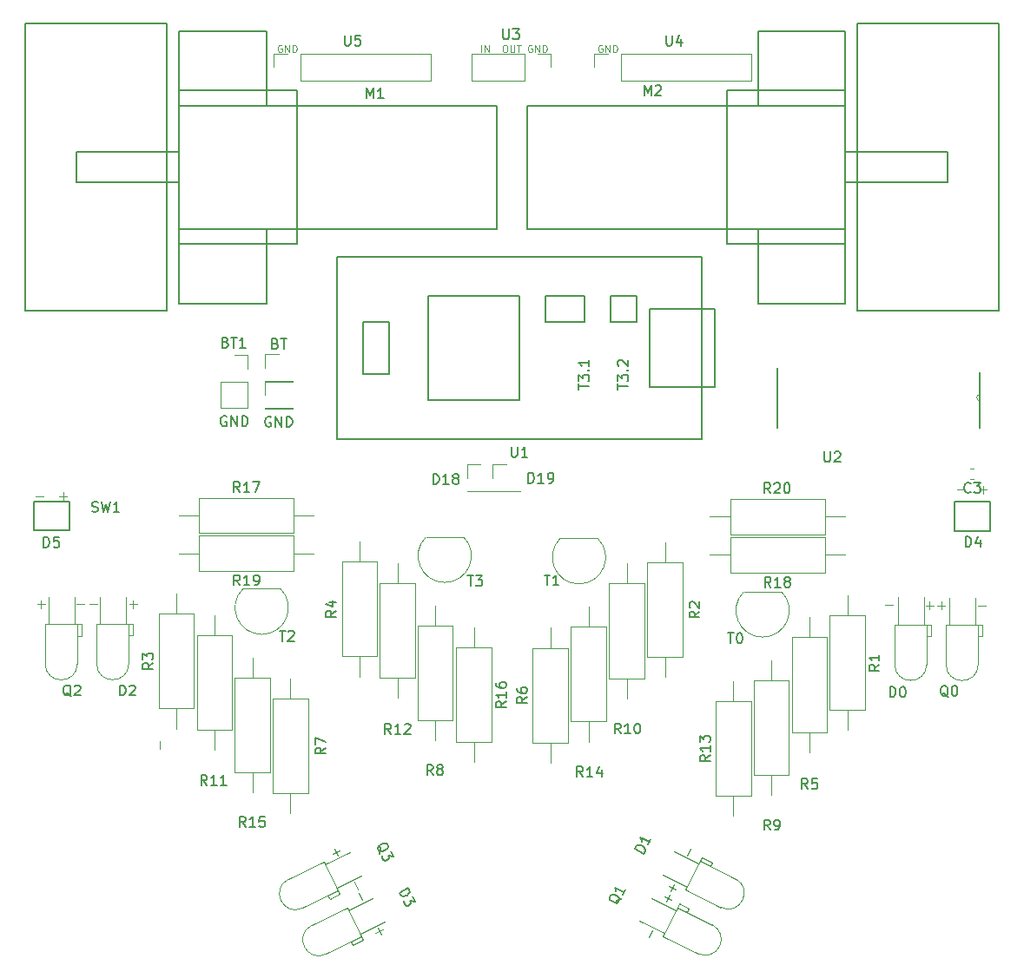
<source format=gbr>
G04 #@! TF.GenerationSoftware,KiCad,Pcbnew,(5.0.0-3-g5ebb6b6)*
G04 #@! TF.CreationDate,2020-01-06T15:18:50-08:00*
G04 #@! TF.ProjectId,mouse_v2,6D6F7573655F76322E6B696361645F70,rev?*
G04 #@! TF.SameCoordinates,Original*
G04 #@! TF.FileFunction,Legend,Top*
G04 #@! TF.FilePolarity,Positive*
%FSLAX46Y46*%
G04 Gerber Fmt 4.6, Leading zero omitted, Abs format (unit mm)*
G04 Created by KiCad (PCBNEW (5.0.0-3-g5ebb6b6)) date Monday, January 06, 2020 at 03:18:50 PM*
%MOMM*%
%LPD*%
G01*
G04 APERTURE LIST*
%ADD10C,0.100000*%
%ADD11C,0.150000*%
%ADD12C,0.120000*%
%ADD13C,0.152400*%
G04 APERTURE END LIST*
D10*
X167360666Y-56800000D02*
X167294000Y-56766666D01*
X167194000Y-56766666D01*
X167094000Y-56800000D01*
X167027333Y-56866666D01*
X166994000Y-56933333D01*
X166960666Y-57066666D01*
X166960666Y-57166666D01*
X166994000Y-57300000D01*
X167027333Y-57366666D01*
X167094000Y-57433333D01*
X167194000Y-57466666D01*
X167260666Y-57466666D01*
X167360666Y-57433333D01*
X167394000Y-57400000D01*
X167394000Y-57166666D01*
X167260666Y-57166666D01*
X167694000Y-57466666D02*
X167694000Y-56766666D01*
X168094000Y-57466666D01*
X168094000Y-56766666D01*
X168427333Y-57466666D02*
X168427333Y-56766666D01*
X168594000Y-56766666D01*
X168694000Y-56800000D01*
X168760666Y-56866666D01*
X168794000Y-56933333D01*
X168827333Y-57066666D01*
X168827333Y-57166666D01*
X168794000Y-57300000D01*
X168760666Y-57366666D01*
X168694000Y-57433333D01*
X168594000Y-57466666D01*
X168427333Y-57466666D01*
X136118666Y-56800000D02*
X136052000Y-56766666D01*
X135952000Y-56766666D01*
X135852000Y-56800000D01*
X135785333Y-56866666D01*
X135752000Y-56933333D01*
X135718666Y-57066666D01*
X135718666Y-57166666D01*
X135752000Y-57300000D01*
X135785333Y-57366666D01*
X135852000Y-57433333D01*
X135952000Y-57466666D01*
X136018666Y-57466666D01*
X136118666Y-57433333D01*
X136152000Y-57400000D01*
X136152000Y-57166666D01*
X136018666Y-57166666D01*
X136452000Y-57466666D02*
X136452000Y-56766666D01*
X136852000Y-57466666D01*
X136852000Y-56766666D01*
X137185333Y-57466666D02*
X137185333Y-56766666D01*
X137352000Y-56766666D01*
X137452000Y-56800000D01*
X137518666Y-56866666D01*
X137552000Y-56933333D01*
X137585333Y-57066666D01*
X137585333Y-57166666D01*
X137552000Y-57300000D01*
X137518666Y-57366666D01*
X137452000Y-57433333D01*
X137352000Y-57466666D01*
X137185333Y-57466666D01*
X202742752Y-100147428D02*
X201980847Y-100147428D01*
X194894247Y-111399628D02*
X195656152Y-111399628D01*
X121234247Y-111348828D02*
X121996152Y-111348828D01*
X121615200Y-111729780D02*
X121615200Y-110967876D01*
X155589333Y-57466666D02*
X155589333Y-56766666D01*
X155922666Y-57466666D02*
X155922666Y-56766666D01*
X156322666Y-57466666D01*
X156322666Y-56766666D01*
X157796000Y-56766666D02*
X157929333Y-56766666D01*
X157996000Y-56800000D01*
X158062666Y-56866666D01*
X158096000Y-57000000D01*
X158096000Y-57233333D01*
X158062666Y-57366666D01*
X157996000Y-57433333D01*
X157929333Y-57466666D01*
X157796000Y-57466666D01*
X157729333Y-57433333D01*
X157662666Y-57366666D01*
X157629333Y-57233333D01*
X157629333Y-57000000D01*
X157662666Y-56866666D01*
X157729333Y-56800000D01*
X157796000Y-56766666D01*
X158396000Y-56766666D02*
X158396000Y-57333333D01*
X158429333Y-57400000D01*
X158462666Y-57433333D01*
X158529333Y-57466666D01*
X158662666Y-57466666D01*
X158729333Y-57433333D01*
X158762666Y-57400000D01*
X158796000Y-57333333D01*
X158796000Y-56766666D01*
X159029333Y-56766666D02*
X159429333Y-56766666D01*
X159229333Y-57466666D02*
X159229333Y-56766666D01*
X160502666Y-56800000D02*
X160436000Y-56766666D01*
X160336000Y-56766666D01*
X160236000Y-56800000D01*
X160169333Y-56866666D01*
X160136000Y-56933333D01*
X160102666Y-57066666D01*
X160102666Y-57166666D01*
X160136000Y-57300000D01*
X160169333Y-57366666D01*
X160236000Y-57433333D01*
X160336000Y-57466666D01*
X160402666Y-57466666D01*
X160502666Y-57433333D01*
X160536000Y-57400000D01*
X160536000Y-57166666D01*
X160402666Y-57166666D01*
X160836000Y-57466666D02*
X160836000Y-56766666D01*
X161236000Y-57466666D01*
X161236000Y-56766666D01*
X161569333Y-57466666D02*
X161569333Y-56766666D01*
X161736000Y-56766666D01*
X161836000Y-56800000D01*
X161902666Y-56866666D01*
X161936000Y-56933333D01*
X161969333Y-57066666D01*
X161969333Y-57166666D01*
X161936000Y-57300000D01*
X161902666Y-57366666D01*
X161836000Y-57433333D01*
X161736000Y-57466666D01*
X161569333Y-57466666D01*
X204850952Y-100147428D02*
X204089047Y-100147428D01*
X204470000Y-100528380D02*
X204470000Y-99766476D01*
X115188952Y-100782428D02*
X114427047Y-100782428D01*
X114808000Y-101163380D02*
X114808000Y-100401476D01*
X112902952Y-100782428D02*
X112141047Y-100782428D01*
D11*
X160126514Y-99512380D02*
X160126514Y-98512380D01*
X160364609Y-98512380D01*
X160507466Y-98560000D01*
X160602704Y-98655238D01*
X160650323Y-98750476D01*
X160697942Y-98940952D01*
X160697942Y-99083809D01*
X160650323Y-99274285D01*
X160602704Y-99369523D01*
X160507466Y-99464761D01*
X160364609Y-99512380D01*
X160126514Y-99512380D01*
X161650323Y-99512380D02*
X161078895Y-99512380D01*
X161364609Y-99512380D02*
X161364609Y-98512380D01*
X161269371Y-98655238D01*
X161174133Y-98750476D01*
X161078895Y-98798095D01*
X162126514Y-99512380D02*
X162316990Y-99512380D01*
X162412228Y-99464761D01*
X162459847Y-99417142D01*
X162555085Y-99274285D01*
X162602704Y-99083809D01*
X162602704Y-98702857D01*
X162555085Y-98607619D01*
X162507466Y-98560000D01*
X162412228Y-98512380D01*
X162221752Y-98512380D01*
X162126514Y-98560000D01*
X162078895Y-98607619D01*
X162031276Y-98702857D01*
X162031276Y-98940952D01*
X162078895Y-99036190D01*
X162126514Y-99083809D01*
X162221752Y-99131428D01*
X162412228Y-99131428D01*
X162507466Y-99083809D01*
X162555085Y-99036190D01*
X162602704Y-98940952D01*
X150880914Y-99613980D02*
X150880914Y-98613980D01*
X151119009Y-98613980D01*
X151261866Y-98661600D01*
X151357104Y-98756838D01*
X151404723Y-98852076D01*
X151452342Y-99042552D01*
X151452342Y-99185409D01*
X151404723Y-99375885D01*
X151357104Y-99471123D01*
X151261866Y-99566361D01*
X151119009Y-99613980D01*
X150880914Y-99613980D01*
X152404723Y-99613980D02*
X151833295Y-99613980D01*
X152119009Y-99613980D02*
X152119009Y-98613980D01*
X152023771Y-98756838D01*
X151928533Y-98852076D01*
X151833295Y-98899695D01*
X152976152Y-99042552D02*
X152880914Y-98994933D01*
X152833295Y-98947314D01*
X152785676Y-98852076D01*
X152785676Y-98804457D01*
X152833295Y-98709219D01*
X152880914Y-98661600D01*
X152976152Y-98613980D01*
X153166628Y-98613980D01*
X153261866Y-98661600D01*
X153309485Y-98709219D01*
X153357104Y-98804457D01*
X153357104Y-98852076D01*
X153309485Y-98947314D01*
X153261866Y-98994933D01*
X153166628Y-99042552D01*
X152976152Y-99042552D01*
X152880914Y-99090171D01*
X152833295Y-99137790D01*
X152785676Y-99233028D01*
X152785676Y-99423504D01*
X152833295Y-99518742D01*
X152880914Y-99566361D01*
X152976152Y-99613980D01*
X153166628Y-99613980D01*
X153261866Y-99566361D01*
X153309485Y-99518742D01*
X153357104Y-99423504D01*
X153357104Y-99233028D01*
X153309485Y-99137790D01*
X153261866Y-99090171D01*
X153166628Y-99042552D01*
D10*
X117348047Y-111323428D02*
X118109952Y-111323428D01*
X124262935Y-125446307D02*
X124262935Y-124684402D01*
X198882047Y-111450428D02*
X199643952Y-111450428D01*
X199263000Y-111831380D02*
X199263000Y-111069476D01*
X203962047Y-111450428D02*
X204723952Y-111450428D01*
X200025047Y-111450428D02*
X200786952Y-111450428D01*
X200406000Y-111831380D02*
X200406000Y-111069476D01*
X145435095Y-142921543D02*
X145775056Y-143603398D01*
X145264148Y-143432451D02*
X145946003Y-143092491D01*
X143631695Y-139543343D02*
X143971656Y-140225198D01*
X173553743Y-140377598D02*
X173893704Y-139695743D01*
X174064651Y-140206651D02*
X173382796Y-139866691D01*
X171851943Y-143857398D02*
X172191904Y-143175543D01*
X175585743Y-135856398D02*
X175925704Y-135174543D01*
X174036343Y-139336198D02*
X174376304Y-138654343D01*
X174547251Y-139165251D02*
X173865396Y-138825291D01*
X143149095Y-138451143D02*
X143489056Y-139132998D01*
X141244095Y-135174543D02*
X141584056Y-135856398D01*
X141073148Y-135685451D02*
X141755003Y-135345491D01*
X116078047Y-111323428D02*
X116839952Y-111323428D01*
X112268047Y-111323428D02*
X113029952Y-111323428D01*
X112649000Y-111704380D02*
X112649000Y-110942476D01*
D11*
X130708495Y-93022800D02*
X130613257Y-92975180D01*
X130470400Y-92975180D01*
X130327542Y-93022800D01*
X130232304Y-93118038D01*
X130184685Y-93213276D01*
X130137066Y-93403752D01*
X130137066Y-93546609D01*
X130184685Y-93737085D01*
X130232304Y-93832323D01*
X130327542Y-93927561D01*
X130470400Y-93975180D01*
X130565638Y-93975180D01*
X130708495Y-93927561D01*
X130756114Y-93879942D01*
X130756114Y-93546609D01*
X130565638Y-93546609D01*
X131184685Y-93975180D02*
X131184685Y-92975180D01*
X131756114Y-93975180D01*
X131756114Y-92975180D01*
X132232304Y-93975180D02*
X132232304Y-92975180D01*
X132470400Y-92975180D01*
X132613257Y-93022800D01*
X132708495Y-93118038D01*
X132756114Y-93213276D01*
X132803733Y-93403752D01*
X132803733Y-93546609D01*
X132756114Y-93737085D01*
X132708495Y-93832323D01*
X132613257Y-93927561D01*
X132470400Y-93975180D01*
X132232304Y-93975180D01*
D12*
G04 #@! TO.C,R20*
X177849400Y-102793800D02*
X179809400Y-102793800D01*
X191009400Y-102793800D02*
X189049400Y-102793800D01*
X179809400Y-104513800D02*
X189049400Y-104513800D01*
X179809400Y-101073800D02*
X179809400Y-104513800D01*
X189049400Y-101073800D02*
X179809400Y-101073800D01*
X189049400Y-104513800D02*
X189049400Y-101073800D01*
G04 #@! TO.C,Q2*
X116176989Y-117158045D02*
G75*
G02X113056989Y-117158045I-1560000J0D01*
G01*
X113056989Y-113298045D02*
X113056989Y-117158045D01*
X116176989Y-113298045D02*
X116176989Y-117158045D01*
X113056989Y-113298045D02*
X116176989Y-113298045D01*
X116576989Y-113298045D02*
X116576989Y-114418045D01*
X116576989Y-114418045D02*
X116176989Y-114418045D01*
X116176989Y-114418045D02*
X116176989Y-113298045D01*
X116176989Y-113298045D02*
X116576989Y-113298045D01*
X113346989Y-110628045D02*
X113346989Y-113298045D01*
X113346989Y-113298045D02*
X113346989Y-113298045D01*
X113346989Y-113298045D02*
X113346989Y-110628045D01*
X113346989Y-110628045D02*
X113346989Y-110628045D01*
X115886989Y-110628045D02*
X115886989Y-113298045D01*
X115886989Y-113298045D02*
X115886989Y-113298045D01*
X115886989Y-113298045D02*
X115886989Y-110628045D01*
X115886989Y-110628045D02*
X115886989Y-110628045D01*
G04 #@! TO.C,D0*
X198691500Y-110681000D02*
X198691500Y-110681000D01*
X198691500Y-113351000D02*
X198691500Y-110681000D01*
X198691500Y-113351000D02*
X198691500Y-113351000D01*
X198691500Y-110681000D02*
X198691500Y-113351000D01*
X196151500Y-110681000D02*
X196151500Y-110681000D01*
X196151500Y-113351000D02*
X196151500Y-110681000D01*
X196151500Y-113351000D02*
X196151500Y-113351000D01*
X196151500Y-110681000D02*
X196151500Y-113351000D01*
X198981500Y-113351000D02*
X199381500Y-113351000D01*
X198981500Y-114471000D02*
X198981500Y-113351000D01*
X199381500Y-114471000D02*
X198981500Y-114471000D01*
X199381500Y-113351000D02*
X199381500Y-114471000D01*
X195861500Y-113351000D02*
X198981500Y-113351000D01*
X198981500Y-113351000D02*
X198981500Y-117211000D01*
X195861500Y-113351000D02*
X195861500Y-117211000D01*
X198981500Y-117211000D02*
G75*
G02X195861500Y-117211000I-1560000J0D01*
G01*
G04 #@! TO.C,Q1*
X174349972Y-135470359D02*
X174349972Y-135470359D01*
X176739447Y-136661709D02*
X174349972Y-135470359D01*
X176739447Y-136661709D02*
X176739447Y-136661709D01*
X174349972Y-135470359D02*
X176739447Y-136661709D01*
X173216629Y-137743494D02*
X173216629Y-137743494D01*
X175606104Y-138934842D02*
X173216629Y-137743494D01*
X175606104Y-138934842D02*
X175606104Y-138934842D01*
X173216629Y-137743494D02*
X175606104Y-138934842D01*
X176868844Y-136402178D02*
X177047323Y-136044204D01*
X177871170Y-136901919D02*
X176868844Y-136402178D01*
X178049649Y-136543945D02*
X177871170Y-136901919D01*
X177047323Y-136044204D02*
X178049649Y-136543945D01*
X175476706Y-139194373D02*
X176868844Y-136402178D01*
X176868844Y-136402178D02*
X180323290Y-138124501D01*
X175476706Y-139194373D02*
X178931153Y-140916696D01*
X180323291Y-138124502D02*
G75*
G02X178931153Y-140916696I-696069J-1396097D01*
G01*
G04 #@! TO.C,BT1*
X130140400Y-89611200D02*
X132800400Y-89611200D01*
X130140400Y-89611200D02*
X130140400Y-92211200D01*
X130140400Y-92211200D02*
X132800400Y-92211200D01*
X132800400Y-89611200D02*
X132800400Y-92211200D01*
X132800400Y-87011200D02*
X132800400Y-88341200D01*
X131470400Y-87011200D02*
X132800400Y-87011200D01*
G04 #@! TO.C,D1*
X178100791Y-142633002D02*
G75*
G02X176708653Y-145425196I-696069J-1396097D01*
G01*
X173254206Y-143702873D02*
X176708653Y-145425196D01*
X174646344Y-140910678D02*
X178100790Y-142633001D01*
X173254206Y-143702873D02*
X174646344Y-140910678D01*
X174824823Y-140552704D02*
X175827149Y-141052445D01*
X175827149Y-141052445D02*
X175648670Y-141410419D01*
X175648670Y-141410419D02*
X174646344Y-140910678D01*
X174646344Y-140910678D02*
X174824823Y-140552704D01*
X170994129Y-142251994D02*
X173383604Y-143443342D01*
X173383604Y-143443342D02*
X173383604Y-143443342D01*
X173383604Y-143443342D02*
X170994129Y-142251994D01*
X170994129Y-142251994D02*
X170994129Y-142251994D01*
X172127472Y-139978859D02*
X174516947Y-141170209D01*
X174516947Y-141170209D02*
X174516947Y-141170209D01*
X174516947Y-141170209D02*
X172127472Y-139978859D01*
X172127472Y-139978859D02*
X172127472Y-139978859D01*
G04 #@! TO.C,D2*
X120904000Y-110617500D02*
X120904000Y-110617500D01*
X120904000Y-113287500D02*
X120904000Y-110617500D01*
X120904000Y-113287500D02*
X120904000Y-113287500D01*
X120904000Y-110617500D02*
X120904000Y-113287500D01*
X118364000Y-110617500D02*
X118364000Y-110617500D01*
X118364000Y-113287500D02*
X118364000Y-110617500D01*
X118364000Y-113287500D02*
X118364000Y-113287500D01*
X118364000Y-110617500D02*
X118364000Y-113287500D01*
X121194000Y-113287500D02*
X121594000Y-113287500D01*
X121194000Y-114407500D02*
X121194000Y-113287500D01*
X121594000Y-114407500D02*
X121194000Y-114407500D01*
X121594000Y-113287500D02*
X121594000Y-114407500D01*
X118074000Y-113287500D02*
X121194000Y-113287500D01*
X121194000Y-113287500D02*
X121194000Y-117147500D01*
X118074000Y-113287500D02*
X118074000Y-117147500D01*
X121194000Y-117147500D02*
G75*
G02X118074000Y-117147500I-1560000J0D01*
G01*
G04 #@! TO.C,D3*
X140426090Y-145475830D02*
G75*
G02X139033952Y-142683634I-696069J1396098D01*
G01*
X142488399Y-140961311D02*
X139033952Y-142683634D01*
X143880536Y-143753506D02*
X140426089Y-145475830D01*
X142488399Y-140961311D02*
X143880536Y-143753506D01*
X144059015Y-144111480D02*
X143056689Y-144611221D01*
X143056689Y-144611221D02*
X142878209Y-144253248D01*
X142878209Y-144253248D02*
X143880536Y-143753506D01*
X143880536Y-143753506D02*
X144059015Y-144111480D01*
X145007271Y-140029494D02*
X142617796Y-141220842D01*
X142617796Y-141220842D02*
X142617796Y-141220842D01*
X142617796Y-141220842D02*
X145007271Y-140029494D01*
X145007271Y-140029494D02*
X145007271Y-140029494D01*
X146140613Y-142302627D02*
X143751139Y-143493975D01*
X143751139Y-143493975D02*
X143751139Y-143493975D01*
X143751139Y-143493975D02*
X146140613Y-142302627D01*
X146140613Y-142302627D02*
X146140613Y-142302627D01*
G04 #@! TO.C,Q0*
X203994677Y-117226645D02*
G75*
G02X200874677Y-117226645I-1560000J0D01*
G01*
X200874677Y-113366645D02*
X200874677Y-117226645D01*
X203994677Y-113366645D02*
X203994677Y-117226645D01*
X200874677Y-113366645D02*
X203994677Y-113366645D01*
X204394677Y-113366645D02*
X204394677Y-114486645D01*
X204394677Y-114486645D02*
X203994677Y-114486645D01*
X203994677Y-114486645D02*
X203994677Y-113366645D01*
X203994677Y-113366645D02*
X204394677Y-113366645D01*
X201164677Y-110696645D02*
X201164677Y-113366645D01*
X201164677Y-113366645D02*
X201164677Y-113366645D01*
X201164677Y-113366645D02*
X201164677Y-110696645D01*
X201164677Y-110696645D02*
X201164677Y-110696645D01*
X203704677Y-110696645D02*
X203704677Y-113366645D01*
X203704677Y-113366645D02*
X203704677Y-113366645D01*
X203704677Y-113366645D02*
X203704677Y-110696645D01*
X203704677Y-110696645D02*
X203704677Y-110696645D01*
G04 #@! TO.C,Q3*
X143864271Y-137806994D02*
X143864271Y-137806994D01*
X141474797Y-138998342D02*
X143864271Y-137806994D01*
X141474797Y-138998342D02*
X141474797Y-138998342D01*
X143864271Y-137806994D02*
X141474797Y-138998342D01*
X142730929Y-135533861D02*
X142730929Y-135533861D01*
X140341454Y-136725209D02*
X142730929Y-135533861D01*
X140341454Y-136725209D02*
X140341454Y-136725209D01*
X142730929Y-135533861D02*
X140341454Y-136725209D01*
X141604193Y-139257873D02*
X141782673Y-139615847D01*
X140601867Y-139757615D02*
X141604193Y-139257873D01*
X140780347Y-140115588D02*
X140601867Y-139757615D01*
X141782673Y-139615847D02*
X140780347Y-140115588D01*
X140212058Y-136465677D02*
X141604193Y-139257873D01*
X141604193Y-139257873D02*
X138149747Y-140980197D01*
X140212058Y-136465677D02*
X136757609Y-138188002D01*
X138149749Y-140980196D02*
G75*
G02X136757609Y-138188002I-696070J1396097D01*
G01*
D11*
G04 #@! TO.C,U1*
X177038000Y-82550000D02*
X178308000Y-82550000D01*
X178308000Y-82550000D02*
X178308000Y-90170000D01*
X178308000Y-90170000D02*
X177038000Y-90170000D01*
X165608000Y-81280000D02*
X161798000Y-81280000D01*
X161798000Y-81280000D02*
X161798000Y-83820000D01*
X161798000Y-83820000D02*
X165608000Y-83820000D01*
X165608000Y-83820000D02*
X165608000Y-81280000D01*
X171958000Y-82550000D02*
X171958000Y-90170000D01*
X171958000Y-90170000D02*
X177038000Y-90170000D01*
X171958000Y-82550000D02*
X177038000Y-82550000D01*
X170688000Y-81280000D02*
X168148000Y-81280000D01*
X168148000Y-81280000D02*
X168148000Y-83820000D01*
X168148000Y-83820000D02*
X170688000Y-83820000D01*
X170688000Y-83820000D02*
X170688000Y-81280000D01*
X144018000Y-88900000D02*
X144018000Y-83820000D01*
X144018000Y-83820000D02*
X146558000Y-83820000D01*
X146558000Y-83820000D02*
X146558000Y-88900000D01*
X146558000Y-88900000D02*
X144018000Y-88900000D01*
X150368000Y-81280000D02*
X150368000Y-91440000D01*
X159258000Y-91440000D02*
X159258000Y-81280000D01*
X150368000Y-91440000D02*
X159258000Y-91440000D01*
X150368000Y-81280000D02*
X159258000Y-81280000D01*
X177038000Y-95250000D02*
X141478000Y-95250000D01*
X141478000Y-95250000D02*
X141478000Y-77470000D01*
X141478000Y-77470000D02*
X177038000Y-77470000D01*
X177038000Y-77470000D02*
X177038000Y-95250000D01*
D13*
G04 #@! TO.C,U2*
X184454800Y-88265000D02*
X184454800Y-94107000D01*
X204165200Y-94107000D02*
X204165200Y-91490800D01*
X204165200Y-91490800D02*
X204165200Y-90881200D01*
X204165200Y-90881200D02*
X204165200Y-88696800D01*
D10*
X204165200Y-91490800D02*
G75*
G02X204165200Y-90881200I0J304800D01*
G01*
D12*
G04 #@! TO.C,U3*
X154626000Y-57598000D02*
X154626000Y-60258000D01*
X159766000Y-57598000D02*
X154626000Y-57598000D01*
X159766000Y-60258000D02*
X154626000Y-60258000D01*
X159766000Y-57598000D02*
X159766000Y-60258000D01*
X161036000Y-57598000D02*
X162366000Y-57598000D01*
X162366000Y-57598000D02*
X162366000Y-58928000D01*
D11*
G04 #@! TO.C,M1*
X126099000Y-76207000D02*
X137599000Y-76207000D01*
X126099000Y-61207000D02*
X137599000Y-61207000D01*
X137599000Y-68707000D02*
X137599000Y-61207000D01*
X137599000Y-68707000D02*
X137599000Y-76207000D01*
X126099000Y-82007000D02*
X134599000Y-82007000D01*
X126099000Y-55407000D02*
X134599000Y-55407000D01*
X126099000Y-68707000D02*
X126099000Y-55407000D01*
X126099000Y-68707000D02*
X126099000Y-82007000D01*
X134599000Y-62707000D02*
X134599000Y-55407000D01*
X134599000Y-74707000D02*
X134599000Y-82007000D01*
X111099000Y-54707000D02*
X111099000Y-82707000D01*
X124899000Y-82707000D02*
X111099000Y-82707000D01*
X124899000Y-54707000D02*
X111099000Y-54707000D01*
X124899000Y-68707000D02*
X124899000Y-82707000D01*
X124899000Y-68707000D02*
X124899000Y-54707000D01*
X116099000Y-67207000D02*
X116099000Y-70207000D01*
X126099000Y-70207000D02*
X116099000Y-70207000D01*
X126099000Y-67207000D02*
X116099000Y-67207000D01*
X126099000Y-74707000D02*
X126099000Y-70207000D01*
X126099000Y-62707000D02*
X126099000Y-67207000D01*
X157099000Y-74707000D02*
X126099000Y-74707000D01*
X157099000Y-62707000D02*
X126099000Y-62707000D01*
X157099000Y-68707000D02*
X157099000Y-62707000D01*
X157099000Y-68707000D02*
X157099000Y-74707000D01*
G04 #@! TO.C,M2*
X191020000Y-61207000D02*
X179520000Y-61207000D01*
X191020000Y-76207000D02*
X179520000Y-76207000D01*
X179520000Y-68707000D02*
X179520000Y-76207000D01*
X179520000Y-68707000D02*
X179520000Y-61207000D01*
X191020000Y-55407000D02*
X182520000Y-55407000D01*
X191020000Y-82007000D02*
X182520000Y-82007000D01*
X191020000Y-68707000D02*
X191020000Y-82007000D01*
X191020000Y-68707000D02*
X191020000Y-55407000D01*
X182520000Y-74707000D02*
X182520000Y-82007000D01*
X182520000Y-62707000D02*
X182520000Y-55407000D01*
X206020000Y-82707000D02*
X206020000Y-54707000D01*
X192220000Y-54707000D02*
X206020000Y-54707000D01*
X192220000Y-82707000D02*
X206020000Y-82707000D01*
X192220000Y-68707000D02*
X192220000Y-54707000D01*
X192220000Y-68707000D02*
X192220000Y-82707000D01*
X201020000Y-70207000D02*
X201020000Y-67207000D01*
X191020000Y-67207000D02*
X201020000Y-67207000D01*
X191020000Y-70207000D02*
X201020000Y-70207000D01*
X191020000Y-62707000D02*
X191020000Y-67207000D01*
X191020000Y-74707000D02*
X191020000Y-70207000D01*
X160020000Y-62707000D02*
X191020000Y-62707000D01*
X160020000Y-74707000D02*
X191020000Y-74707000D01*
X160020000Y-68707000D02*
X160020000Y-74707000D01*
X160020000Y-68707000D02*
X160020000Y-62707000D01*
G04 #@! TO.C,D4*
X201678600Y-101368400D02*
X201678600Y-104168400D01*
X203428600Y-104168400D02*
X201678600Y-104168400D01*
X203428600Y-104168400D02*
X205178600Y-104168400D01*
X205178600Y-101368400D02*
X205178600Y-104168400D01*
X203428600Y-101368400D02*
X201678600Y-101368400D01*
X203428600Y-101368400D02*
X205178600Y-101368400D01*
G04 #@! TO.C,D5*
X113665000Y-101343000D02*
X115415000Y-101343000D01*
X113665000Y-101343000D02*
X111915000Y-101343000D01*
X115415000Y-101343000D02*
X115415000Y-104143000D01*
X113665000Y-104143000D02*
X115415000Y-104143000D01*
X113665000Y-104143000D02*
X111915000Y-104143000D01*
X111915000Y-101343000D02*
X111915000Y-104143000D01*
D12*
G04 #@! TO.C,U4*
X166564000Y-58928000D02*
X166564000Y-57598000D01*
X166564000Y-57598000D02*
X167894000Y-57598000D01*
X169164000Y-57598000D02*
X181924000Y-57598000D01*
X181924000Y-60258000D02*
X181924000Y-57598000D01*
X169164000Y-60258000D02*
X181924000Y-60258000D01*
X169164000Y-60258000D02*
X169164000Y-57598000D01*
G04 #@! TO.C,U5*
X137922000Y-60258000D02*
X137922000Y-57598000D01*
X137922000Y-60258000D02*
X150682000Y-60258000D01*
X150682000Y-60258000D02*
X150682000Y-57598000D01*
X137922000Y-57598000D02*
X150682000Y-57598000D01*
X135322000Y-57598000D02*
X136652000Y-57598000D01*
X135322000Y-58928000D02*
X135322000Y-57598000D01*
G04 #@! TO.C,MH_SCL1*
X156683400Y-97679200D02*
X158013400Y-97679200D01*
X156683400Y-99009200D02*
X156683400Y-97679200D01*
X156683400Y-100279200D02*
X159343400Y-100279200D01*
X159343400Y-100279200D02*
X159343400Y-100339200D01*
X156683400Y-100279200D02*
X156683400Y-100339200D01*
X156683400Y-100339200D02*
X159343400Y-100339200D01*
G04 #@! TO.C,MH_SDA1*
X154168800Y-100339200D02*
X156828800Y-100339200D01*
X154168800Y-100279200D02*
X154168800Y-100339200D01*
X156828800Y-100279200D02*
X156828800Y-100339200D01*
X154168800Y-100279200D02*
X156828800Y-100279200D01*
X154168800Y-99009200D02*
X154168800Y-97679200D01*
X154168800Y-97679200D02*
X155498800Y-97679200D01*
G04 #@! TO.C,R1*
X189529300Y-121663200D02*
X192969300Y-121663200D01*
X192969300Y-121663200D02*
X192969300Y-112423200D01*
X192969300Y-112423200D02*
X189529300Y-112423200D01*
X189529300Y-112423200D02*
X189529300Y-121663200D01*
X191249300Y-123623200D02*
X191249300Y-121663200D01*
X191249300Y-110463200D02*
X191249300Y-112423200D01*
G04 #@! TO.C,R2*
X173469300Y-105268900D02*
X173469300Y-107228900D01*
X173469300Y-118428900D02*
X173469300Y-116468900D01*
X171749300Y-107228900D02*
X171749300Y-116468900D01*
X175189300Y-107228900D02*
X171749300Y-107228900D01*
X175189300Y-116468900D02*
X175189300Y-107228900D01*
X171749300Y-116468900D02*
X175189300Y-116468900D01*
G04 #@! TO.C,R3*
X124111600Y-121510800D02*
X127551600Y-121510800D01*
X127551600Y-121510800D02*
X127551600Y-112270800D01*
X127551600Y-112270800D02*
X124111600Y-112270800D01*
X124111600Y-112270800D02*
X124111600Y-121510800D01*
X125831600Y-123470800D02*
X125831600Y-121510800D01*
X125831600Y-110310800D02*
X125831600Y-112270800D01*
G04 #@! TO.C,R4*
X143687800Y-105230800D02*
X143687800Y-107190800D01*
X143687800Y-118390800D02*
X143687800Y-116430800D01*
X141967800Y-107190800D02*
X141967800Y-116430800D01*
X145407800Y-107190800D02*
X141967800Y-107190800D01*
X145407800Y-116430800D02*
X145407800Y-107190800D01*
X141967800Y-116430800D02*
X145407800Y-116430800D01*
G04 #@! TO.C,R5*
X187553600Y-112609500D02*
X187553600Y-114569500D01*
X187553600Y-125769500D02*
X187553600Y-123809500D01*
X185833600Y-114569500D02*
X185833600Y-123809500D01*
X189273600Y-114569500D02*
X185833600Y-114569500D01*
X189273600Y-123809500D02*
X189273600Y-114569500D01*
X185833600Y-123809500D02*
X189273600Y-123809500D01*
G04 #@! TO.C,R6*
X160573300Y-124838200D02*
X164013300Y-124838200D01*
X164013300Y-124838200D02*
X164013300Y-115598200D01*
X164013300Y-115598200D02*
X160573300Y-115598200D01*
X160573300Y-115598200D02*
X160573300Y-124838200D01*
X162293300Y-126798200D02*
X162293300Y-124838200D01*
X162293300Y-113638200D02*
X162293300Y-115598200D01*
G04 #@! TO.C,R7*
X135236800Y-129803900D02*
X138676800Y-129803900D01*
X138676800Y-129803900D02*
X138676800Y-120563900D01*
X138676800Y-120563900D02*
X135236800Y-120563900D01*
X135236800Y-120563900D02*
X135236800Y-129803900D01*
X136956800Y-131763900D02*
X136956800Y-129803900D01*
X136956800Y-118603900D02*
X136956800Y-120563900D01*
G04 #@! TO.C,R8*
X149346500Y-122679200D02*
X152786500Y-122679200D01*
X152786500Y-122679200D02*
X152786500Y-113439200D01*
X152786500Y-113439200D02*
X149346500Y-113439200D01*
X149346500Y-113439200D02*
X149346500Y-122679200D01*
X151066500Y-124639200D02*
X151066500Y-122679200D01*
X151066500Y-111479200D02*
X151066500Y-113439200D01*
G04 #@! TO.C,R9*
X182125200Y-128000500D02*
X185565200Y-128000500D01*
X185565200Y-128000500D02*
X185565200Y-118760500D01*
X185565200Y-118760500D02*
X182125200Y-118760500D01*
X182125200Y-118760500D02*
X182125200Y-128000500D01*
X183845200Y-129960500D02*
X183845200Y-128000500D01*
X183845200Y-116800500D02*
X183845200Y-118760500D01*
G04 #@! TO.C,R10*
X168028200Y-118564400D02*
X171468200Y-118564400D01*
X171468200Y-118564400D02*
X171468200Y-109324400D01*
X171468200Y-109324400D02*
X168028200Y-109324400D01*
X168028200Y-109324400D02*
X168028200Y-118564400D01*
X169748200Y-120524400D02*
X169748200Y-118564400D01*
X169748200Y-107364400D02*
X169748200Y-109324400D01*
G04 #@! TO.C,R11*
X127832700Y-123593600D02*
X131272700Y-123593600D01*
X131272700Y-123593600D02*
X131272700Y-114353600D01*
X131272700Y-114353600D02*
X127832700Y-114353600D01*
X127832700Y-114353600D02*
X127832700Y-123593600D01*
X129552700Y-125553600D02*
X129552700Y-123593600D01*
X129552700Y-112393600D02*
X129552700Y-114353600D01*
G04 #@! TO.C,R12*
X147383500Y-107326300D02*
X147383500Y-109286300D01*
X147383500Y-120486300D02*
X147383500Y-118526300D01*
X145663500Y-109286300D02*
X145663500Y-118526300D01*
X149103500Y-109286300D02*
X145663500Y-109286300D01*
X149103500Y-118526300D02*
X149103500Y-109286300D01*
X145663500Y-118526300D02*
X149103500Y-118526300D01*
G04 #@! TO.C,R13*
X178416800Y-130057900D02*
X181856800Y-130057900D01*
X181856800Y-130057900D02*
X181856800Y-120817900D01*
X181856800Y-120817900D02*
X178416800Y-120817900D01*
X178416800Y-120817900D02*
X178416800Y-130057900D01*
X180136800Y-132017900D02*
X180136800Y-130057900D01*
X180136800Y-118857900D02*
X180136800Y-120817900D01*
G04 #@! TO.C,R14*
X166027100Y-111580800D02*
X166027100Y-113540800D01*
X166027100Y-124740800D02*
X166027100Y-122780800D01*
X164307100Y-113540800D02*
X164307100Y-122780800D01*
X167747100Y-113540800D02*
X164307100Y-113540800D01*
X167747100Y-122780800D02*
X167747100Y-113540800D01*
X164307100Y-122780800D02*
X167747100Y-122780800D01*
G04 #@! TO.C,R15*
X133261100Y-116546500D02*
X133261100Y-118506500D01*
X133261100Y-129706500D02*
X133261100Y-127746500D01*
X131541100Y-118506500D02*
X131541100Y-127746500D01*
X134981100Y-118506500D02*
X131541100Y-118506500D01*
X134981100Y-127746500D02*
X134981100Y-118506500D01*
X131541100Y-127746500D02*
X134981100Y-127746500D01*
G04 #@! TO.C,R16*
X154838400Y-113600100D02*
X154838400Y-115560100D01*
X154838400Y-126760100D02*
X154838400Y-124800100D01*
X153118400Y-115560100D02*
X153118400Y-124800100D01*
X156558400Y-115560100D02*
X153118400Y-115560100D01*
X156558400Y-124800100D02*
X156558400Y-115560100D01*
X153118400Y-124800100D02*
X156558400Y-124800100D01*
G04 #@! TO.C,R17*
X128044200Y-100946800D02*
X128044200Y-104386800D01*
X128044200Y-104386800D02*
X137284200Y-104386800D01*
X137284200Y-104386800D02*
X137284200Y-100946800D01*
X137284200Y-100946800D02*
X128044200Y-100946800D01*
X126084200Y-102666800D02*
X128044200Y-102666800D01*
X139244200Y-102666800D02*
X137284200Y-102666800D01*
G04 #@! TO.C,R18*
X177849400Y-106514900D02*
X179809400Y-106514900D01*
X191009400Y-106514900D02*
X189049400Y-106514900D01*
X179809400Y-108234900D02*
X189049400Y-108234900D01*
X179809400Y-104794900D02*
X179809400Y-108234900D01*
X189049400Y-104794900D02*
X179809400Y-104794900D01*
X189049400Y-108234900D02*
X189049400Y-104794900D01*
G04 #@! TO.C,R19*
X139244200Y-106387900D02*
X137284200Y-106387900D01*
X126084200Y-106387900D02*
X128044200Y-106387900D01*
X137284200Y-104667900D02*
X128044200Y-104667900D01*
X137284200Y-108107900D02*
X137284200Y-104667900D01*
X128044200Y-108107900D02*
X137284200Y-108107900D01*
X128044200Y-104667900D02*
X128044200Y-108107900D01*
G04 #@! TO.C,T0*
X181155822Y-110112022D02*
G75*
G03X182994300Y-114550500I1838478J-1838478D01*
G01*
X184832778Y-110112022D02*
G75*
G02X182994300Y-114550500I-1838478J-1838478D01*
G01*
X184794300Y-110100500D02*
X181194300Y-110100500D01*
G04 #@! TO.C,T1*
X166887300Y-104906200D02*
X163287300Y-104906200D01*
X166925778Y-104917722D02*
G75*
G02X165087300Y-109356200I-1838478J-1838478D01*
G01*
X163248822Y-104917722D02*
G75*
G03X165087300Y-109356200I1838478J-1838478D01*
G01*
G04 #@! TO.C,T2*
X135962800Y-109833800D02*
X132362800Y-109833800D01*
X136001278Y-109845322D02*
G75*
G02X134162800Y-114283800I-1838478J-1838478D01*
G01*
X132324322Y-109845322D02*
G75*
G03X134162800Y-114283800I1838478J-1838478D01*
G01*
G04 #@! TO.C,T3*
X150167822Y-104778022D02*
G75*
G03X152006300Y-109216500I1838478J-1838478D01*
G01*
X153844778Y-104778022D02*
G75*
G02X152006300Y-109216500I-1838478J-1838478D01*
G01*
X153806300Y-104766500D02*
X150206300Y-104766500D01*
G04 #@! TO.C,C3*
X203599867Y-99087400D02*
X203257333Y-99087400D01*
X203599867Y-98067400D02*
X203257333Y-98067400D01*
G04 #@! TO.C,GND*
X134483800Y-89602000D02*
X135813800Y-89602000D01*
X134483800Y-90932000D02*
X134483800Y-89602000D01*
X134483800Y-92202000D02*
X137143800Y-92202000D01*
X137143800Y-92202000D02*
X137143800Y-92262000D01*
X134483800Y-92202000D02*
X134483800Y-92262000D01*
X134483800Y-92262000D02*
X137143800Y-92262000D01*
G04 #@! TO.C,BT*
X134483800Y-89620400D02*
X137143800Y-89620400D01*
X134483800Y-89560400D02*
X134483800Y-89620400D01*
X137143800Y-89560400D02*
X137143800Y-89620400D01*
X134483800Y-89560400D02*
X137143800Y-89560400D01*
X134483800Y-88290400D02*
X134483800Y-86960400D01*
X134483800Y-86960400D02*
X135813800Y-86960400D01*
G04 #@! TO.C,R20*
D11*
X183735742Y-100502980D02*
X183402409Y-100026790D01*
X183164314Y-100502980D02*
X183164314Y-99502980D01*
X183545266Y-99502980D01*
X183640504Y-99550600D01*
X183688123Y-99598219D01*
X183735742Y-99693457D01*
X183735742Y-99836314D01*
X183688123Y-99931552D01*
X183640504Y-99979171D01*
X183545266Y-100026790D01*
X183164314Y-100026790D01*
X184116695Y-99598219D02*
X184164314Y-99550600D01*
X184259552Y-99502980D01*
X184497647Y-99502980D01*
X184592885Y-99550600D01*
X184640504Y-99598219D01*
X184688123Y-99693457D01*
X184688123Y-99788695D01*
X184640504Y-99931552D01*
X184069076Y-100502980D01*
X184688123Y-100502980D01*
X185307171Y-99502980D02*
X185402409Y-99502980D01*
X185497647Y-99550600D01*
X185545266Y-99598219D01*
X185592885Y-99693457D01*
X185640504Y-99883933D01*
X185640504Y-100122028D01*
X185592885Y-100312504D01*
X185545266Y-100407742D01*
X185497647Y-100455361D01*
X185402409Y-100502980D01*
X185307171Y-100502980D01*
X185211933Y-100455361D01*
X185164314Y-100407742D01*
X185116695Y-100312504D01*
X185069076Y-100122028D01*
X185069076Y-99883933D01*
X185116695Y-99693457D01*
X185164314Y-99598219D01*
X185211933Y-99550600D01*
X185307171Y-99502980D01*
G04 #@! TO.C,Q2*
X115576361Y-120334019D02*
X115481123Y-120286400D01*
X115385885Y-120191161D01*
X115243028Y-120048304D01*
X115147790Y-120000685D01*
X115052552Y-120000685D01*
X115100171Y-120238780D02*
X115004933Y-120191161D01*
X114909695Y-120095923D01*
X114862076Y-119905447D01*
X114862076Y-119572114D01*
X114909695Y-119381638D01*
X115004933Y-119286400D01*
X115100171Y-119238780D01*
X115290647Y-119238780D01*
X115385885Y-119286400D01*
X115481123Y-119381638D01*
X115528742Y-119572114D01*
X115528742Y-119905447D01*
X115481123Y-120095923D01*
X115385885Y-120191161D01*
X115290647Y-120238780D01*
X115100171Y-120238780D01*
X115909695Y-119334019D02*
X115957314Y-119286400D01*
X116052552Y-119238780D01*
X116290647Y-119238780D01*
X116385885Y-119286400D01*
X116433504Y-119334019D01*
X116481123Y-119429257D01*
X116481123Y-119524495D01*
X116433504Y-119667352D01*
X115862076Y-120238780D01*
X116481123Y-120238780D01*
G04 #@! TO.C,D0*
X195400704Y-120391180D02*
X195400704Y-119391180D01*
X195638800Y-119391180D01*
X195781657Y-119438800D01*
X195876895Y-119534038D01*
X195924514Y-119629276D01*
X195972133Y-119819752D01*
X195972133Y-119962609D01*
X195924514Y-120153085D01*
X195876895Y-120248323D01*
X195781657Y-120343561D01*
X195638800Y-120391180D01*
X195400704Y-120391180D01*
X196591180Y-119391180D02*
X196686419Y-119391180D01*
X196781657Y-119438800D01*
X196829276Y-119486419D01*
X196876895Y-119581657D01*
X196924514Y-119772133D01*
X196924514Y-120010228D01*
X196876895Y-120200704D01*
X196829276Y-120295942D01*
X196781657Y-120343561D01*
X196686419Y-120391180D01*
X196591180Y-120391180D01*
X196495942Y-120343561D01*
X196448323Y-120295942D01*
X196400704Y-120200704D01*
X196353085Y-120010228D01*
X196353085Y-119772133D01*
X196400704Y-119581657D01*
X196448323Y-119486419D01*
X196495942Y-119438800D01*
X196591180Y-119391180D01*
G04 #@! TO.C,Q1*
X169255988Y-140004178D02*
X169170877Y-140068162D01*
X169043150Y-140110899D01*
X168851559Y-140175004D01*
X168766448Y-140238988D01*
X168723953Y-140324220D01*
X168958281Y-140387842D02*
X168873170Y-140451826D01*
X168745443Y-140494563D01*
X168553732Y-140452189D01*
X168255420Y-140303456D01*
X168106204Y-140175850D01*
X168063467Y-140048124D01*
X168063346Y-139941644D01*
X168148336Y-139771180D01*
X168233447Y-139707196D01*
X168361174Y-139664459D01*
X168552885Y-139706833D01*
X168851197Y-139855566D01*
X169000413Y-139983172D01*
X169043150Y-140110899D01*
X169043271Y-140217378D01*
X168958281Y-140387842D01*
X169574459Y-139151980D02*
X169319488Y-139663371D01*
X169446973Y-139407676D02*
X168552039Y-138961478D01*
X168637392Y-139110452D01*
X168680129Y-139238179D01*
X168680250Y-139344659D01*
G04 #@! TO.C,BT1*
X130633885Y-85780571D02*
X130776742Y-85828190D01*
X130824361Y-85875809D01*
X130871980Y-85971047D01*
X130871980Y-86113904D01*
X130824361Y-86209142D01*
X130776742Y-86256761D01*
X130681504Y-86304380D01*
X130300552Y-86304380D01*
X130300552Y-85304380D01*
X130633885Y-85304380D01*
X130729123Y-85352000D01*
X130776742Y-85399619D01*
X130824361Y-85494857D01*
X130824361Y-85590095D01*
X130776742Y-85685333D01*
X130729123Y-85732952D01*
X130633885Y-85780571D01*
X130300552Y-85780571D01*
X131157695Y-85304380D02*
X131729123Y-85304380D01*
X131443409Y-86304380D02*
X131443409Y-85304380D01*
X132586266Y-86304380D02*
X132014838Y-86304380D01*
X132300552Y-86304380D02*
X132300552Y-85304380D01*
X132205314Y-85447238D01*
X132110076Y-85542476D01*
X132014838Y-85590095D01*
G04 #@! TO.C,D1*
X171423914Y-135660198D02*
X170528980Y-135214000D01*
X170635217Y-135000920D01*
X170741576Y-134894320D01*
X170869303Y-134851583D01*
X170975782Y-134851462D01*
X171167493Y-134893836D01*
X171295341Y-134957579D01*
X171444557Y-135085185D01*
X171508542Y-135170296D01*
X171551278Y-135298023D01*
X171530152Y-135447118D01*
X171423914Y-135660198D01*
X172103835Y-134296488D02*
X171848865Y-134807879D01*
X171976350Y-134552184D02*
X171081415Y-134105986D01*
X171166768Y-134254960D01*
X171209505Y-134382687D01*
X171209626Y-134489167D01*
G04 #@! TO.C,D2*
X120318304Y-120238780D02*
X120318304Y-119238780D01*
X120556400Y-119238780D01*
X120699257Y-119286400D01*
X120794495Y-119381638D01*
X120842114Y-119476876D01*
X120889733Y-119667352D01*
X120889733Y-119810209D01*
X120842114Y-120000685D01*
X120794495Y-120095923D01*
X120699257Y-120191161D01*
X120556400Y-120238780D01*
X120318304Y-120238780D01*
X121270685Y-119334019D02*
X121318304Y-119286400D01*
X121413542Y-119238780D01*
X121651638Y-119238780D01*
X121746876Y-119286400D01*
X121794495Y-119334019D01*
X121842114Y-119429257D01*
X121842114Y-119524495D01*
X121794495Y-119667352D01*
X121223066Y-120238780D01*
X121842114Y-120238780D01*
G04 #@! TO.C,D3*
X147551012Y-139469904D02*
X148445946Y-139023706D01*
X148552184Y-139236786D01*
X148573310Y-139385881D01*
X148530574Y-139513608D01*
X148466589Y-139598719D01*
X148317373Y-139726325D01*
X148189525Y-139790068D01*
X147997814Y-139832442D01*
X147891335Y-139832321D01*
X147763608Y-139789584D01*
X147657249Y-139682984D01*
X147551012Y-139469904D01*
X148849649Y-139833409D02*
X149125867Y-140387416D01*
X148636207Y-140259084D01*
X148699949Y-140386932D01*
X148699828Y-140493412D01*
X148678460Y-140557275D01*
X148614476Y-140642386D01*
X148401396Y-140748624D01*
X148294917Y-140748503D01*
X148231053Y-140727134D01*
X148145942Y-140663150D01*
X148018457Y-140407454D01*
X148018578Y-140300975D01*
X148039946Y-140237112D01*
G04 #@! TO.C,Q0*
X201072761Y-120384819D02*
X200977523Y-120337200D01*
X200882285Y-120241961D01*
X200739428Y-120099104D01*
X200644190Y-120051485D01*
X200548952Y-120051485D01*
X200596571Y-120289580D02*
X200501333Y-120241961D01*
X200406095Y-120146723D01*
X200358476Y-119956247D01*
X200358476Y-119622914D01*
X200406095Y-119432438D01*
X200501333Y-119337200D01*
X200596571Y-119289580D01*
X200787047Y-119289580D01*
X200882285Y-119337200D01*
X200977523Y-119432438D01*
X201025142Y-119622914D01*
X201025142Y-119956247D01*
X200977523Y-120146723D01*
X200882285Y-120241961D01*
X200787047Y-120289580D01*
X200596571Y-120289580D01*
X201644190Y-119289580D02*
X201739428Y-119289580D01*
X201834666Y-119337200D01*
X201882285Y-119384819D01*
X201929904Y-119480057D01*
X201977523Y-119670533D01*
X201977523Y-119908628D01*
X201929904Y-120099104D01*
X201882285Y-120194342D01*
X201834666Y-120241961D01*
X201739428Y-120289580D01*
X201644190Y-120289580D01*
X201548952Y-120241961D01*
X201501333Y-120194342D01*
X201453714Y-120099104D01*
X201406095Y-119908628D01*
X201406095Y-119670533D01*
X201453714Y-119480057D01*
X201501333Y-119384819D01*
X201548952Y-119337200D01*
X201644190Y-119289580D01*
G04 #@! TO.C,Q3*
X145619021Y-135668114D02*
X145619142Y-135561635D01*
X145661879Y-135433908D01*
X145725984Y-135242318D01*
X145726105Y-135135838D01*
X145683610Y-135050606D01*
X145491778Y-135199460D02*
X145491899Y-135092980D01*
X145534636Y-134965254D01*
X145683852Y-134837648D01*
X145982163Y-134688915D01*
X146173875Y-134646541D01*
X146301601Y-134689278D01*
X146386712Y-134753262D01*
X146471702Y-134923726D01*
X146471582Y-135030205D01*
X146428845Y-135157932D01*
X146279629Y-135285538D01*
X145981317Y-135434271D01*
X145789606Y-135476645D01*
X145661879Y-135433908D01*
X145576768Y-135369924D01*
X145491778Y-135199460D01*
X146726673Y-135435117D02*
X147002890Y-135989124D01*
X146513230Y-135860792D01*
X146576973Y-135988640D01*
X146576852Y-136095120D01*
X146555484Y-136158983D01*
X146491499Y-136244094D01*
X146278420Y-136350332D01*
X146171940Y-136350211D01*
X146108077Y-136328842D01*
X146022966Y-136264858D01*
X145895481Y-136009162D01*
X145895602Y-135902683D01*
X145916970Y-135838820D01*
G04 #@! TO.C,U1*
X158496095Y-95972380D02*
X158496095Y-96781904D01*
X158543714Y-96877142D01*
X158591333Y-96924761D01*
X158686571Y-96972380D01*
X158877047Y-96972380D01*
X158972285Y-96924761D01*
X159019904Y-96877142D01*
X159067523Y-96781904D01*
X159067523Y-95972380D01*
X160067523Y-96972380D02*
X159496095Y-96972380D01*
X159781809Y-96972380D02*
X159781809Y-95972380D01*
X159686571Y-96115238D01*
X159591333Y-96210476D01*
X159496095Y-96258095D01*
X168870380Y-90376190D02*
X168870380Y-89804761D01*
X169870380Y-90090476D02*
X168870380Y-90090476D01*
X168870380Y-89566666D02*
X168870380Y-88947619D01*
X169251333Y-89280952D01*
X169251333Y-89138095D01*
X169298952Y-89042857D01*
X169346571Y-88995238D01*
X169441809Y-88947619D01*
X169679904Y-88947619D01*
X169775142Y-88995238D01*
X169822761Y-89042857D01*
X169870380Y-89138095D01*
X169870380Y-89423809D01*
X169822761Y-89519047D01*
X169775142Y-89566666D01*
X169775142Y-88519047D02*
X169822761Y-88471428D01*
X169870380Y-88519047D01*
X169822761Y-88566666D01*
X169775142Y-88519047D01*
X169870380Y-88519047D01*
X168965619Y-88090476D02*
X168918000Y-88042857D01*
X168870380Y-87947619D01*
X168870380Y-87709523D01*
X168918000Y-87614285D01*
X168965619Y-87566666D01*
X169060857Y-87519047D01*
X169156095Y-87519047D01*
X169298952Y-87566666D01*
X169870380Y-88138095D01*
X169870380Y-87519047D01*
X165060380Y-90376190D02*
X165060380Y-89804761D01*
X166060380Y-90090476D02*
X165060380Y-90090476D01*
X165060380Y-89566666D02*
X165060380Y-88947619D01*
X165441333Y-89280952D01*
X165441333Y-89138095D01*
X165488952Y-89042857D01*
X165536571Y-88995238D01*
X165631809Y-88947619D01*
X165869904Y-88947619D01*
X165965142Y-88995238D01*
X166012761Y-89042857D01*
X166060380Y-89138095D01*
X166060380Y-89423809D01*
X166012761Y-89519047D01*
X165965142Y-89566666D01*
X165965142Y-88519047D02*
X166012761Y-88471428D01*
X166060380Y-88519047D01*
X166012761Y-88566666D01*
X165965142Y-88519047D01*
X166060380Y-88519047D01*
X166060380Y-87519047D02*
X166060380Y-88090476D01*
X166060380Y-87804761D02*
X165060380Y-87804761D01*
X165203238Y-87900000D01*
X165298476Y-87995238D01*
X165346095Y-88090476D01*
G04 #@! TO.C,U2*
X189001495Y-96454980D02*
X189001495Y-97264504D01*
X189049114Y-97359742D01*
X189096733Y-97407361D01*
X189191971Y-97454980D01*
X189382447Y-97454980D01*
X189477685Y-97407361D01*
X189525304Y-97359742D01*
X189572923Y-97264504D01*
X189572923Y-96454980D01*
X190001495Y-96550219D02*
X190049114Y-96502600D01*
X190144352Y-96454980D01*
X190382447Y-96454980D01*
X190477685Y-96502600D01*
X190525304Y-96550219D01*
X190572923Y-96645457D01*
X190572923Y-96740695D01*
X190525304Y-96883552D01*
X189953876Y-97454980D01*
X190572923Y-97454980D01*
G04 #@! TO.C,U3*
X157683295Y-55205380D02*
X157683295Y-56014904D01*
X157730914Y-56110142D01*
X157778533Y-56157761D01*
X157873771Y-56205380D01*
X158064247Y-56205380D01*
X158159485Y-56157761D01*
X158207104Y-56110142D01*
X158254723Y-56014904D01*
X158254723Y-55205380D01*
X158635676Y-55205380D02*
X159254723Y-55205380D01*
X158921390Y-55586333D01*
X159064247Y-55586333D01*
X159159485Y-55633952D01*
X159207104Y-55681571D01*
X159254723Y-55776809D01*
X159254723Y-56014904D01*
X159207104Y-56110142D01*
X159159485Y-56157761D01*
X159064247Y-56205380D01*
X158778533Y-56205380D01*
X158683295Y-56157761D01*
X158635676Y-56110142D01*
G04 #@! TO.C,M1*
X144364176Y-61971180D02*
X144364176Y-60971180D01*
X144697509Y-61685466D01*
X145030842Y-60971180D01*
X145030842Y-61971180D01*
X146030842Y-61971180D02*
X145459414Y-61971180D01*
X145745128Y-61971180D02*
X145745128Y-60971180D01*
X145649890Y-61114038D01*
X145554652Y-61209276D01*
X145459414Y-61256895D01*
G04 #@! TO.C,M2*
X171453276Y-61717180D02*
X171453276Y-60717180D01*
X171786609Y-61431466D01*
X172119942Y-60717180D01*
X172119942Y-61717180D01*
X172548514Y-60812419D02*
X172596133Y-60764800D01*
X172691371Y-60717180D01*
X172929466Y-60717180D01*
X173024704Y-60764800D01*
X173072323Y-60812419D01*
X173119942Y-60907657D01*
X173119942Y-61002895D01*
X173072323Y-61145752D01*
X172500895Y-61717180D01*
X173119942Y-61717180D01*
G04 #@! TO.C,D4*
X202766704Y-105735380D02*
X202766704Y-104735380D01*
X203004800Y-104735380D01*
X203147657Y-104783000D01*
X203242895Y-104878238D01*
X203290514Y-104973476D01*
X203338133Y-105163952D01*
X203338133Y-105306809D01*
X203290514Y-105497285D01*
X203242895Y-105592523D01*
X203147657Y-105687761D01*
X203004800Y-105735380D01*
X202766704Y-105735380D01*
X204195276Y-105068714D02*
X204195276Y-105735380D01*
X203957180Y-104687761D02*
X203719085Y-105402047D01*
X204338133Y-105402047D01*
G04 #@! TO.C,D5*
X112901504Y-105786180D02*
X112901504Y-104786180D01*
X113139600Y-104786180D01*
X113282457Y-104833800D01*
X113377695Y-104929038D01*
X113425314Y-105024276D01*
X113472933Y-105214752D01*
X113472933Y-105357609D01*
X113425314Y-105548085D01*
X113377695Y-105643323D01*
X113282457Y-105738561D01*
X113139600Y-105786180D01*
X112901504Y-105786180D01*
X114377695Y-104786180D02*
X113901504Y-104786180D01*
X113853885Y-105262371D01*
X113901504Y-105214752D01*
X113996742Y-105167133D01*
X114234838Y-105167133D01*
X114330076Y-105214752D01*
X114377695Y-105262371D01*
X114425314Y-105357609D01*
X114425314Y-105595704D01*
X114377695Y-105690942D01*
X114330076Y-105738561D01*
X114234838Y-105786180D01*
X113996742Y-105786180D01*
X113901504Y-105738561D01*
X113853885Y-105690942D01*
G04 #@! TO.C,SW1*
X117614866Y-102284161D02*
X117757723Y-102331780D01*
X117995819Y-102331780D01*
X118091057Y-102284161D01*
X118138676Y-102236542D01*
X118186295Y-102141304D01*
X118186295Y-102046066D01*
X118138676Y-101950828D01*
X118091057Y-101903209D01*
X117995819Y-101855590D01*
X117805342Y-101807971D01*
X117710104Y-101760352D01*
X117662485Y-101712733D01*
X117614866Y-101617495D01*
X117614866Y-101522257D01*
X117662485Y-101427019D01*
X117710104Y-101379400D01*
X117805342Y-101331780D01*
X118043438Y-101331780D01*
X118186295Y-101379400D01*
X118519628Y-101331780D02*
X118757723Y-102331780D01*
X118948200Y-101617495D01*
X119138676Y-102331780D01*
X119376771Y-101331780D01*
X120281533Y-102331780D02*
X119710104Y-102331780D01*
X119995819Y-102331780D02*
X119995819Y-101331780D01*
X119900580Y-101474638D01*
X119805342Y-101569876D01*
X119710104Y-101617495D01*
G04 #@! TO.C,U4*
X173583695Y-55840380D02*
X173583695Y-56649904D01*
X173631314Y-56745142D01*
X173678933Y-56792761D01*
X173774171Y-56840380D01*
X173964647Y-56840380D01*
X174059885Y-56792761D01*
X174107504Y-56745142D01*
X174155123Y-56649904D01*
X174155123Y-55840380D01*
X175059885Y-56173714D02*
X175059885Y-56840380D01*
X174821790Y-55792761D02*
X174583695Y-56507047D01*
X175202742Y-56507047D01*
G04 #@! TO.C,U5*
X142240095Y-55840380D02*
X142240095Y-56649904D01*
X142287714Y-56745142D01*
X142335333Y-56792761D01*
X142430571Y-56840380D01*
X142621047Y-56840380D01*
X142716285Y-56792761D01*
X142763904Y-56745142D01*
X142811523Y-56649904D01*
X142811523Y-55840380D01*
X143763904Y-55840380D02*
X143287714Y-55840380D01*
X143240095Y-56316571D01*
X143287714Y-56268952D01*
X143382952Y-56221333D01*
X143621047Y-56221333D01*
X143716285Y-56268952D01*
X143763904Y-56316571D01*
X143811523Y-56411809D01*
X143811523Y-56649904D01*
X143763904Y-56745142D01*
X143716285Y-56792761D01*
X143621047Y-56840380D01*
X143382952Y-56840380D01*
X143287714Y-56792761D01*
X143240095Y-56745142D01*
G04 #@! TO.C,R1*
X194355980Y-117235266D02*
X193879790Y-117568600D01*
X194355980Y-117806695D02*
X193355980Y-117806695D01*
X193355980Y-117425742D01*
X193403600Y-117330504D01*
X193451219Y-117282885D01*
X193546457Y-117235266D01*
X193689314Y-117235266D01*
X193784552Y-117282885D01*
X193832171Y-117330504D01*
X193879790Y-117425742D01*
X193879790Y-117806695D01*
X194355980Y-116282885D02*
X194355980Y-116854314D01*
X194355980Y-116568600D02*
X193355980Y-116568600D01*
X193498838Y-116663838D01*
X193594076Y-116759076D01*
X193641695Y-116854314D01*
G04 #@! TO.C,R2*
X176829980Y-112053666D02*
X176353790Y-112387000D01*
X176829980Y-112625095D02*
X175829980Y-112625095D01*
X175829980Y-112244142D01*
X175877600Y-112148904D01*
X175925219Y-112101285D01*
X176020457Y-112053666D01*
X176163314Y-112053666D01*
X176258552Y-112101285D01*
X176306171Y-112148904D01*
X176353790Y-112244142D01*
X176353790Y-112625095D01*
X175925219Y-111672714D02*
X175877600Y-111625095D01*
X175829980Y-111529857D01*
X175829980Y-111291761D01*
X175877600Y-111196523D01*
X175925219Y-111148904D01*
X176020457Y-111101285D01*
X176115695Y-111101285D01*
X176258552Y-111148904D01*
X176829980Y-111720333D01*
X176829980Y-111101285D01*
G04 #@! TO.C,R3*
X123563980Y-117057466D02*
X123087790Y-117390800D01*
X123563980Y-117628895D02*
X122563980Y-117628895D01*
X122563980Y-117247942D01*
X122611600Y-117152704D01*
X122659219Y-117105085D01*
X122754457Y-117057466D01*
X122897314Y-117057466D01*
X122992552Y-117105085D01*
X123040171Y-117152704D01*
X123087790Y-117247942D01*
X123087790Y-117628895D01*
X122563980Y-116724133D02*
X122563980Y-116105085D01*
X122944933Y-116438419D01*
X122944933Y-116295561D01*
X122992552Y-116200323D01*
X123040171Y-116152704D01*
X123135409Y-116105085D01*
X123373504Y-116105085D01*
X123468742Y-116152704D01*
X123516361Y-116200323D01*
X123563980Y-116295561D01*
X123563980Y-116581276D01*
X123516361Y-116676514D01*
X123468742Y-116724133D01*
G04 #@! TO.C,R4*
X141420180Y-111977466D02*
X140943990Y-112310800D01*
X141420180Y-112548895D02*
X140420180Y-112548895D01*
X140420180Y-112167942D01*
X140467800Y-112072704D01*
X140515419Y-112025085D01*
X140610657Y-111977466D01*
X140753514Y-111977466D01*
X140848752Y-112025085D01*
X140896371Y-112072704D01*
X140943990Y-112167942D01*
X140943990Y-112548895D01*
X140753514Y-111120323D02*
X141420180Y-111120323D01*
X140372561Y-111358419D02*
X141086847Y-111596514D01*
X141086847Y-110977466D01*
G04 #@! TO.C,R5*
X187386933Y-129357380D02*
X187053600Y-128881190D01*
X186815504Y-129357380D02*
X186815504Y-128357380D01*
X187196457Y-128357380D01*
X187291695Y-128405000D01*
X187339314Y-128452619D01*
X187386933Y-128547857D01*
X187386933Y-128690714D01*
X187339314Y-128785952D01*
X187291695Y-128833571D01*
X187196457Y-128881190D01*
X186815504Y-128881190D01*
X188291695Y-128357380D02*
X187815504Y-128357380D01*
X187767885Y-128833571D01*
X187815504Y-128785952D01*
X187910742Y-128738333D01*
X188148838Y-128738333D01*
X188244076Y-128785952D01*
X188291695Y-128833571D01*
X188339314Y-128928809D01*
X188339314Y-129166904D01*
X188291695Y-129262142D01*
X188244076Y-129309761D01*
X188148838Y-129357380D01*
X187910742Y-129357380D01*
X187815504Y-129309761D01*
X187767885Y-129262142D01*
G04 #@! TO.C,R6*
X160025680Y-120384866D02*
X159549490Y-120718200D01*
X160025680Y-120956295D02*
X159025680Y-120956295D01*
X159025680Y-120575342D01*
X159073300Y-120480104D01*
X159120919Y-120432485D01*
X159216157Y-120384866D01*
X159359014Y-120384866D01*
X159454252Y-120432485D01*
X159501871Y-120480104D01*
X159549490Y-120575342D01*
X159549490Y-120956295D01*
X159025680Y-119527723D02*
X159025680Y-119718200D01*
X159073300Y-119813438D01*
X159120919Y-119861057D01*
X159263776Y-119956295D01*
X159454252Y-120003914D01*
X159835204Y-120003914D01*
X159930442Y-119956295D01*
X159978061Y-119908676D01*
X160025680Y-119813438D01*
X160025680Y-119622961D01*
X159978061Y-119527723D01*
X159930442Y-119480104D01*
X159835204Y-119432485D01*
X159597109Y-119432485D01*
X159501871Y-119480104D01*
X159454252Y-119527723D01*
X159406633Y-119622961D01*
X159406633Y-119813438D01*
X159454252Y-119908676D01*
X159501871Y-119956295D01*
X159597109Y-120003914D01*
G04 #@! TO.C,R7*
X140380980Y-125350566D02*
X139904790Y-125683900D01*
X140380980Y-125921995D02*
X139380980Y-125921995D01*
X139380980Y-125541042D01*
X139428600Y-125445804D01*
X139476219Y-125398185D01*
X139571457Y-125350566D01*
X139714314Y-125350566D01*
X139809552Y-125398185D01*
X139857171Y-125445804D01*
X139904790Y-125541042D01*
X139904790Y-125921995D01*
X139380980Y-125017233D02*
X139380980Y-124350566D01*
X140380980Y-124779138D01*
G04 #@! TO.C,R8*
X150861733Y-128011180D02*
X150528400Y-127534990D01*
X150290304Y-128011180D02*
X150290304Y-127011180D01*
X150671257Y-127011180D01*
X150766495Y-127058800D01*
X150814114Y-127106419D01*
X150861733Y-127201657D01*
X150861733Y-127344514D01*
X150814114Y-127439752D01*
X150766495Y-127487371D01*
X150671257Y-127534990D01*
X150290304Y-127534990D01*
X151433161Y-127439752D02*
X151337923Y-127392133D01*
X151290304Y-127344514D01*
X151242685Y-127249276D01*
X151242685Y-127201657D01*
X151290304Y-127106419D01*
X151337923Y-127058800D01*
X151433161Y-127011180D01*
X151623638Y-127011180D01*
X151718876Y-127058800D01*
X151766495Y-127106419D01*
X151814114Y-127201657D01*
X151814114Y-127249276D01*
X151766495Y-127344514D01*
X151718876Y-127392133D01*
X151623638Y-127439752D01*
X151433161Y-127439752D01*
X151337923Y-127487371D01*
X151290304Y-127534990D01*
X151242685Y-127630228D01*
X151242685Y-127820704D01*
X151290304Y-127915942D01*
X151337923Y-127963561D01*
X151433161Y-128011180D01*
X151623638Y-128011180D01*
X151718876Y-127963561D01*
X151766495Y-127915942D01*
X151814114Y-127820704D01*
X151814114Y-127630228D01*
X151766495Y-127534990D01*
X151718876Y-127487371D01*
X151623638Y-127439752D01*
G04 #@! TO.C,R9*
X183703933Y-133370580D02*
X183370600Y-132894390D01*
X183132504Y-133370580D02*
X183132504Y-132370580D01*
X183513457Y-132370580D01*
X183608695Y-132418200D01*
X183656314Y-132465819D01*
X183703933Y-132561057D01*
X183703933Y-132703914D01*
X183656314Y-132799152D01*
X183608695Y-132846771D01*
X183513457Y-132894390D01*
X183132504Y-132894390D01*
X184180123Y-133370580D02*
X184370600Y-133370580D01*
X184465838Y-133322961D01*
X184513457Y-133275342D01*
X184608695Y-133132485D01*
X184656314Y-132942009D01*
X184656314Y-132561057D01*
X184608695Y-132465819D01*
X184561076Y-132418200D01*
X184465838Y-132370580D01*
X184275361Y-132370580D01*
X184180123Y-132418200D01*
X184132504Y-132465819D01*
X184084885Y-132561057D01*
X184084885Y-132799152D01*
X184132504Y-132894390D01*
X184180123Y-132942009D01*
X184275361Y-132989628D01*
X184465838Y-132989628D01*
X184561076Y-132942009D01*
X184608695Y-132894390D01*
X184656314Y-132799152D01*
G04 #@! TO.C,R10*
X169156142Y-123972580D02*
X168822809Y-123496390D01*
X168584714Y-123972580D02*
X168584714Y-122972580D01*
X168965666Y-122972580D01*
X169060904Y-123020200D01*
X169108523Y-123067819D01*
X169156142Y-123163057D01*
X169156142Y-123305914D01*
X169108523Y-123401152D01*
X169060904Y-123448771D01*
X168965666Y-123496390D01*
X168584714Y-123496390D01*
X170108523Y-123972580D02*
X169537095Y-123972580D01*
X169822809Y-123972580D02*
X169822809Y-122972580D01*
X169727571Y-123115438D01*
X169632333Y-123210676D01*
X169537095Y-123258295D01*
X170727571Y-122972580D02*
X170822809Y-122972580D01*
X170918047Y-123020200D01*
X170965666Y-123067819D01*
X171013285Y-123163057D01*
X171060904Y-123353533D01*
X171060904Y-123591628D01*
X171013285Y-123782104D01*
X170965666Y-123877342D01*
X170918047Y-123924961D01*
X170822809Y-123972580D01*
X170727571Y-123972580D01*
X170632333Y-123924961D01*
X170584714Y-123877342D01*
X170537095Y-123782104D01*
X170489476Y-123591628D01*
X170489476Y-123353533D01*
X170537095Y-123163057D01*
X170584714Y-123067819D01*
X170632333Y-123020200D01*
X170727571Y-122972580D01*
G04 #@! TO.C,R11*
X128820942Y-129001780D02*
X128487609Y-128525590D01*
X128249514Y-129001780D02*
X128249514Y-128001780D01*
X128630466Y-128001780D01*
X128725704Y-128049400D01*
X128773323Y-128097019D01*
X128820942Y-128192257D01*
X128820942Y-128335114D01*
X128773323Y-128430352D01*
X128725704Y-128477971D01*
X128630466Y-128525590D01*
X128249514Y-128525590D01*
X129773323Y-129001780D02*
X129201895Y-129001780D01*
X129487609Y-129001780D02*
X129487609Y-128001780D01*
X129392371Y-128144638D01*
X129297133Y-128239876D01*
X129201895Y-128287495D01*
X130725704Y-129001780D02*
X130154276Y-129001780D01*
X130439990Y-129001780D02*
X130439990Y-128001780D01*
X130344752Y-128144638D01*
X130249514Y-128239876D01*
X130154276Y-128287495D01*
G04 #@! TO.C,R12*
X146753342Y-123997980D02*
X146420009Y-123521790D01*
X146181914Y-123997980D02*
X146181914Y-122997980D01*
X146562866Y-122997980D01*
X146658104Y-123045600D01*
X146705723Y-123093219D01*
X146753342Y-123188457D01*
X146753342Y-123331314D01*
X146705723Y-123426552D01*
X146658104Y-123474171D01*
X146562866Y-123521790D01*
X146181914Y-123521790D01*
X147705723Y-123997980D02*
X147134295Y-123997980D01*
X147420009Y-123997980D02*
X147420009Y-122997980D01*
X147324771Y-123140838D01*
X147229533Y-123236076D01*
X147134295Y-123283695D01*
X148086676Y-123093219D02*
X148134295Y-123045600D01*
X148229533Y-122997980D01*
X148467628Y-122997980D01*
X148562866Y-123045600D01*
X148610485Y-123093219D01*
X148658104Y-123188457D01*
X148658104Y-123283695D01*
X148610485Y-123426552D01*
X148039057Y-123997980D01*
X148658104Y-123997980D01*
G04 #@! TO.C,R13*
X177869180Y-126080757D02*
X177392990Y-126414090D01*
X177869180Y-126652185D02*
X176869180Y-126652185D01*
X176869180Y-126271233D01*
X176916800Y-126175995D01*
X176964419Y-126128376D01*
X177059657Y-126080757D01*
X177202514Y-126080757D01*
X177297752Y-126128376D01*
X177345371Y-126175995D01*
X177392990Y-126271233D01*
X177392990Y-126652185D01*
X177869180Y-125128376D02*
X177869180Y-125699804D01*
X177869180Y-125414090D02*
X176869180Y-125414090D01*
X177012038Y-125509328D01*
X177107276Y-125604566D01*
X177154895Y-125699804D01*
X176869180Y-124795042D02*
X176869180Y-124175995D01*
X177250133Y-124509328D01*
X177250133Y-124366471D01*
X177297752Y-124271233D01*
X177345371Y-124223614D01*
X177440609Y-124175995D01*
X177678704Y-124175995D01*
X177773942Y-124223614D01*
X177821561Y-124271233D01*
X177869180Y-124366471D01*
X177869180Y-124652185D01*
X177821561Y-124747423D01*
X177773942Y-124795042D01*
G04 #@! TO.C,R14*
X165473142Y-128163580D02*
X165139809Y-127687390D01*
X164901714Y-128163580D02*
X164901714Y-127163580D01*
X165282666Y-127163580D01*
X165377904Y-127211200D01*
X165425523Y-127258819D01*
X165473142Y-127354057D01*
X165473142Y-127496914D01*
X165425523Y-127592152D01*
X165377904Y-127639771D01*
X165282666Y-127687390D01*
X164901714Y-127687390D01*
X166425523Y-128163580D02*
X165854095Y-128163580D01*
X166139809Y-128163580D02*
X166139809Y-127163580D01*
X166044571Y-127306438D01*
X165949333Y-127401676D01*
X165854095Y-127449295D01*
X167282666Y-127496914D02*
X167282666Y-128163580D01*
X167044571Y-127115961D02*
X166806476Y-127830247D01*
X167425523Y-127830247D01*
G04 #@! TO.C,R15*
X132580142Y-133065780D02*
X132246809Y-132589590D01*
X132008714Y-133065780D02*
X132008714Y-132065780D01*
X132389666Y-132065780D01*
X132484904Y-132113400D01*
X132532523Y-132161019D01*
X132580142Y-132256257D01*
X132580142Y-132399114D01*
X132532523Y-132494352D01*
X132484904Y-132541971D01*
X132389666Y-132589590D01*
X132008714Y-132589590D01*
X133532523Y-133065780D02*
X132961095Y-133065780D01*
X133246809Y-133065780D02*
X133246809Y-132065780D01*
X133151571Y-132208638D01*
X133056333Y-132303876D01*
X132961095Y-132351495D01*
X134437285Y-132065780D02*
X133961095Y-132065780D01*
X133913476Y-132541971D01*
X133961095Y-132494352D01*
X134056333Y-132446733D01*
X134294428Y-132446733D01*
X134389666Y-132494352D01*
X134437285Y-132541971D01*
X134484904Y-132637209D01*
X134484904Y-132875304D01*
X134437285Y-132970542D01*
X134389666Y-133018161D01*
X134294428Y-133065780D01*
X134056333Y-133065780D01*
X133961095Y-133018161D01*
X133913476Y-132970542D01*
G04 #@! TO.C,R16*
X157983180Y-120835657D02*
X157506990Y-121168990D01*
X157983180Y-121407085D02*
X156983180Y-121407085D01*
X156983180Y-121026133D01*
X157030800Y-120930895D01*
X157078419Y-120883276D01*
X157173657Y-120835657D01*
X157316514Y-120835657D01*
X157411752Y-120883276D01*
X157459371Y-120930895D01*
X157506990Y-121026133D01*
X157506990Y-121407085D01*
X157983180Y-119883276D02*
X157983180Y-120454704D01*
X157983180Y-120168990D02*
X156983180Y-120168990D01*
X157126038Y-120264228D01*
X157221276Y-120359466D01*
X157268895Y-120454704D01*
X156983180Y-119026133D02*
X156983180Y-119216609D01*
X157030800Y-119311847D01*
X157078419Y-119359466D01*
X157221276Y-119454704D01*
X157411752Y-119502323D01*
X157792704Y-119502323D01*
X157887942Y-119454704D01*
X157935561Y-119407085D01*
X157983180Y-119311847D01*
X157983180Y-119121371D01*
X157935561Y-119026133D01*
X157887942Y-118978514D01*
X157792704Y-118930895D01*
X157554609Y-118930895D01*
X157459371Y-118978514D01*
X157411752Y-119026133D01*
X157364133Y-119121371D01*
X157364133Y-119311847D01*
X157411752Y-119407085D01*
X157459371Y-119454704D01*
X157554609Y-119502323D01*
G04 #@! TO.C,R17*
X132021342Y-100399180D02*
X131688009Y-99922990D01*
X131449914Y-100399180D02*
X131449914Y-99399180D01*
X131830866Y-99399180D01*
X131926104Y-99446800D01*
X131973723Y-99494419D01*
X132021342Y-99589657D01*
X132021342Y-99732514D01*
X131973723Y-99827752D01*
X131926104Y-99875371D01*
X131830866Y-99922990D01*
X131449914Y-99922990D01*
X132973723Y-100399180D02*
X132402295Y-100399180D01*
X132688009Y-100399180D02*
X132688009Y-99399180D01*
X132592771Y-99542038D01*
X132497533Y-99637276D01*
X132402295Y-99684895D01*
X133307057Y-99399180D02*
X133973723Y-99399180D01*
X133545152Y-100399180D01*
G04 #@! TO.C,R18*
X183786542Y-109687280D02*
X183453209Y-109211090D01*
X183215114Y-109687280D02*
X183215114Y-108687280D01*
X183596066Y-108687280D01*
X183691304Y-108734900D01*
X183738923Y-108782519D01*
X183786542Y-108877757D01*
X183786542Y-109020614D01*
X183738923Y-109115852D01*
X183691304Y-109163471D01*
X183596066Y-109211090D01*
X183215114Y-109211090D01*
X184738923Y-109687280D02*
X184167495Y-109687280D01*
X184453209Y-109687280D02*
X184453209Y-108687280D01*
X184357971Y-108830138D01*
X184262733Y-108925376D01*
X184167495Y-108972995D01*
X185310352Y-109115852D02*
X185215114Y-109068233D01*
X185167495Y-109020614D01*
X185119876Y-108925376D01*
X185119876Y-108877757D01*
X185167495Y-108782519D01*
X185215114Y-108734900D01*
X185310352Y-108687280D01*
X185500828Y-108687280D01*
X185596066Y-108734900D01*
X185643685Y-108782519D01*
X185691304Y-108877757D01*
X185691304Y-108925376D01*
X185643685Y-109020614D01*
X185596066Y-109068233D01*
X185500828Y-109115852D01*
X185310352Y-109115852D01*
X185215114Y-109163471D01*
X185167495Y-109211090D01*
X185119876Y-109306328D01*
X185119876Y-109496804D01*
X185167495Y-109592042D01*
X185215114Y-109639661D01*
X185310352Y-109687280D01*
X185500828Y-109687280D01*
X185596066Y-109639661D01*
X185643685Y-109592042D01*
X185691304Y-109496804D01*
X185691304Y-109306328D01*
X185643685Y-109211090D01*
X185596066Y-109163471D01*
X185500828Y-109115852D01*
G04 #@! TO.C,R19*
X132021342Y-109494580D02*
X131688009Y-109018390D01*
X131449914Y-109494580D02*
X131449914Y-108494580D01*
X131830866Y-108494580D01*
X131926104Y-108542200D01*
X131973723Y-108589819D01*
X132021342Y-108685057D01*
X132021342Y-108827914D01*
X131973723Y-108923152D01*
X131926104Y-108970771D01*
X131830866Y-109018390D01*
X131449914Y-109018390D01*
X132973723Y-109494580D02*
X132402295Y-109494580D01*
X132688009Y-109494580D02*
X132688009Y-108494580D01*
X132592771Y-108637438D01*
X132497533Y-108732676D01*
X132402295Y-108780295D01*
X133449914Y-109494580D02*
X133640390Y-109494580D01*
X133735628Y-109446961D01*
X133783247Y-109399342D01*
X133878485Y-109256485D01*
X133926104Y-109066009D01*
X133926104Y-108685057D01*
X133878485Y-108589819D01*
X133830866Y-108542200D01*
X133735628Y-108494580D01*
X133545152Y-108494580D01*
X133449914Y-108542200D01*
X133402295Y-108589819D01*
X133354676Y-108685057D01*
X133354676Y-108923152D01*
X133402295Y-109018390D01*
X133449914Y-109066009D01*
X133545152Y-109113628D01*
X133735628Y-109113628D01*
X133830866Y-109066009D01*
X133878485Y-109018390D01*
X133926104Y-108923152D01*
G04 #@! TO.C,T0*
X179603495Y-114133380D02*
X180174923Y-114133380D01*
X179889209Y-115133380D02*
X179889209Y-114133380D01*
X180698733Y-114133380D02*
X180793971Y-114133380D01*
X180889209Y-114181000D01*
X180936828Y-114228619D01*
X180984447Y-114323857D01*
X181032066Y-114514333D01*
X181032066Y-114752428D01*
X180984447Y-114942904D01*
X180936828Y-115038142D01*
X180889209Y-115085761D01*
X180793971Y-115133380D01*
X180698733Y-115133380D01*
X180603495Y-115085761D01*
X180555876Y-115038142D01*
X180508257Y-114942904D01*
X180460638Y-114752428D01*
X180460638Y-114514333D01*
X180508257Y-114323857D01*
X180555876Y-114228619D01*
X180603495Y-114181000D01*
X180698733Y-114133380D01*
G04 #@! TO.C,T1*
X161696495Y-108494580D02*
X162267923Y-108494580D01*
X161982209Y-109494580D02*
X161982209Y-108494580D01*
X163125066Y-109494580D02*
X162553638Y-109494580D01*
X162839352Y-109494580D02*
X162839352Y-108494580D01*
X162744114Y-108637438D01*
X162648876Y-108732676D01*
X162553638Y-108780295D01*
G04 #@! TO.C,T2*
X135890095Y-113930180D02*
X136461523Y-113930180D01*
X136175809Y-114930180D02*
X136175809Y-113930180D01*
X136747238Y-114025419D02*
X136794857Y-113977800D01*
X136890095Y-113930180D01*
X137128190Y-113930180D01*
X137223428Y-113977800D01*
X137271047Y-114025419D01*
X137318666Y-114120657D01*
X137318666Y-114215895D01*
X137271047Y-114358752D01*
X136699619Y-114930180D01*
X137318666Y-114930180D01*
G04 #@! TO.C,T3*
X154228895Y-108545380D02*
X154800323Y-108545380D01*
X154514609Y-109545380D02*
X154514609Y-108545380D01*
X155038419Y-108545380D02*
X155657466Y-108545380D01*
X155324133Y-108926333D01*
X155466990Y-108926333D01*
X155562228Y-108973952D01*
X155609847Y-109021571D01*
X155657466Y-109116809D01*
X155657466Y-109354904D01*
X155609847Y-109450142D01*
X155562228Y-109497761D01*
X155466990Y-109545380D01*
X155181276Y-109545380D01*
X155086038Y-109497761D01*
X155038419Y-109450142D01*
G04 #@! TO.C,C3*
X203261933Y-100364542D02*
X203214314Y-100412161D01*
X203071457Y-100459780D01*
X202976219Y-100459780D01*
X202833361Y-100412161D01*
X202738123Y-100316923D01*
X202690504Y-100221685D01*
X202642885Y-100031209D01*
X202642885Y-99888352D01*
X202690504Y-99697876D01*
X202738123Y-99602638D01*
X202833361Y-99507400D01*
X202976219Y-99459780D01*
X203071457Y-99459780D01*
X203214314Y-99507400D01*
X203261933Y-99555019D01*
X203595266Y-99459780D02*
X204214314Y-99459780D01*
X203880980Y-99840733D01*
X204023838Y-99840733D01*
X204119076Y-99888352D01*
X204166695Y-99935971D01*
X204214314Y-100031209D01*
X204214314Y-100269304D01*
X204166695Y-100364542D01*
X204119076Y-100412161D01*
X204023838Y-100459780D01*
X203738123Y-100459780D01*
X203642885Y-100412161D01*
X203595266Y-100364542D01*
G04 #@! TO.C,GND*
X135051895Y-93073600D02*
X134956657Y-93025980D01*
X134813800Y-93025980D01*
X134670942Y-93073600D01*
X134575704Y-93168838D01*
X134528085Y-93264076D01*
X134480466Y-93454552D01*
X134480466Y-93597409D01*
X134528085Y-93787885D01*
X134575704Y-93883123D01*
X134670942Y-93978361D01*
X134813800Y-94025980D01*
X134909038Y-94025980D01*
X135051895Y-93978361D01*
X135099514Y-93930742D01*
X135099514Y-93597409D01*
X134909038Y-93597409D01*
X135528085Y-94025980D02*
X135528085Y-93025980D01*
X136099514Y-94025980D01*
X136099514Y-93025980D01*
X136575704Y-94025980D02*
X136575704Y-93025980D01*
X136813800Y-93025980D01*
X136956657Y-93073600D01*
X137051895Y-93168838D01*
X137099514Y-93264076D01*
X137147133Y-93454552D01*
X137147133Y-93597409D01*
X137099514Y-93787885D01*
X137051895Y-93883123D01*
X136956657Y-93978361D01*
X136813800Y-94025980D01*
X136575704Y-94025980D01*
G04 #@! TO.C,BT*
X135504276Y-85888971D02*
X135647133Y-85936590D01*
X135694752Y-85984209D01*
X135742371Y-86079447D01*
X135742371Y-86222304D01*
X135694752Y-86317542D01*
X135647133Y-86365161D01*
X135551895Y-86412780D01*
X135170942Y-86412780D01*
X135170942Y-85412780D01*
X135504276Y-85412780D01*
X135599514Y-85460400D01*
X135647133Y-85508019D01*
X135694752Y-85603257D01*
X135694752Y-85698495D01*
X135647133Y-85793733D01*
X135599514Y-85841352D01*
X135504276Y-85888971D01*
X135170942Y-85888971D01*
X136028085Y-85412780D02*
X136599514Y-85412780D01*
X136313800Y-86412780D02*
X136313800Y-85412780D01*
G04 #@! TD*
M02*

</source>
